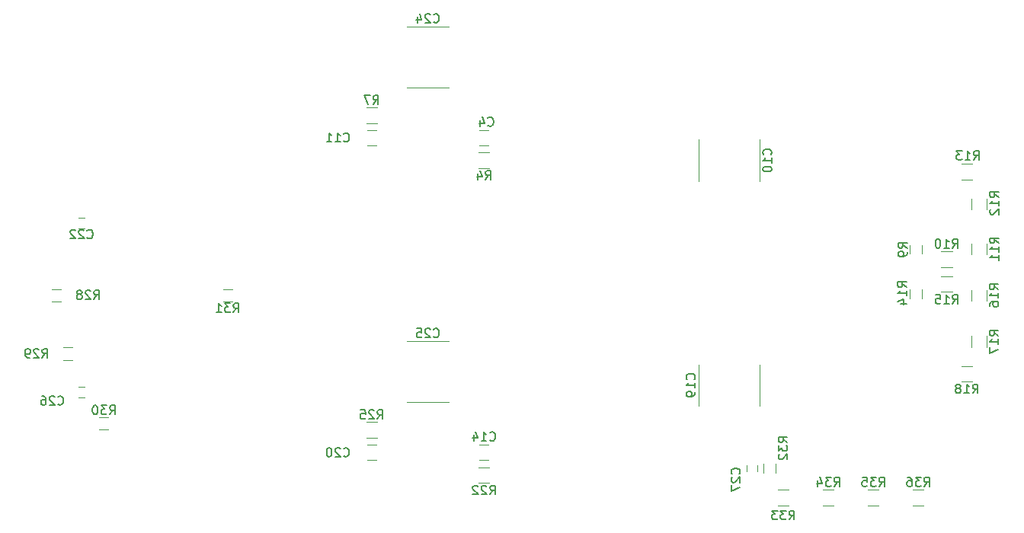
<source format=gbr>
%TF.GenerationSoftware,KiCad,Pcbnew,(5.1.10)-1*%
%TF.CreationDate,2022-06-03T10:18:56+01:00*%
%TF.ProjectId,GTI_V3,4754495f-5633-42e6-9b69-6361645f7063,rev?*%
%TF.SameCoordinates,Original*%
%TF.FileFunction,Legend,Bot*%
%TF.FilePolarity,Positive*%
%FSLAX46Y46*%
G04 Gerber Fmt 4.6, Leading zero omitted, Abs format (unit mm)*
G04 Created by KiCad (PCBNEW (5.1.10)-1) date 2022-06-03 10:18:56*
%MOMM*%
%LPD*%
G01*
G04 APERTURE LIST*
%ADD10C,0.120000*%
%ADD11C,0.150000*%
G04 APERTURE END LIST*
D10*
%TO.C,R31*%
X125750000Y-91820000D02*
X124750000Y-91820000D01*
X124750000Y-93180000D02*
X125750000Y-93180000D01*
%TO.C,R25*%
X141850000Y-106620000D02*
X140650000Y-106620000D01*
X140650000Y-108380000D02*
X141850000Y-108380000D01*
%TO.C,R22*%
X153150000Y-113380000D02*
X154350000Y-113380000D01*
X154350000Y-111620000D02*
X153150000Y-111620000D01*
%TO.C,R7*%
X141850000Y-71620000D02*
X140650000Y-71620000D01*
X140650000Y-73380000D02*
X141850000Y-73380000D01*
%TO.C,R4*%
X153150000Y-78380000D02*
X154350000Y-78380000D01*
X154350000Y-76620000D02*
X153150000Y-76620000D01*
%TO.C,C20*%
X141750000Y-110850000D02*
X140750000Y-110850000D01*
X140750000Y-109150000D02*
X141750000Y-109150000D01*
%TO.C,C14*%
X153250000Y-109150000D02*
X154250000Y-109150000D01*
X154250000Y-110850000D02*
X153250000Y-110850000D01*
%TO.C,C11*%
X141750000Y-75850000D02*
X140750000Y-75850000D01*
X140750000Y-74150000D02*
X141750000Y-74150000D01*
%TO.C,C4*%
X153250000Y-74150000D02*
X154250000Y-74150000D01*
X154250000Y-75850000D02*
X153250000Y-75850000D01*
%TO.C,R36*%
X201400000Y-115880000D02*
X202600000Y-115880000D01*
X202600000Y-114120000D02*
X201400000Y-114120000D01*
%TO.C,R35*%
X196400000Y-115880000D02*
X197600000Y-115880000D01*
X197600000Y-114120000D02*
X196400000Y-114120000D01*
%TO.C,R34*%
X191400000Y-115880000D02*
X192600000Y-115880000D01*
X192600000Y-114120000D02*
X191400000Y-114120000D01*
%TO.C,R33*%
X186400000Y-115880000D02*
X187600000Y-115880000D01*
X187600000Y-114120000D02*
X186400000Y-114120000D01*
%TO.C,R32*%
X186180000Y-112250000D02*
X186180000Y-111250000D01*
X184820000Y-111250000D02*
X184820000Y-112250000D01*
%TO.C,C27*%
X184100000Y-112100000D02*
X184100000Y-111400000D01*
X182900000Y-111400000D02*
X182900000Y-112100000D01*
%TO.C,R30*%
X111000000Y-107430000D02*
X112000000Y-107430000D01*
X112000000Y-106070000D02*
X111000000Y-106070000D01*
%TO.C,R29*%
X107000000Y-99680000D02*
X108000000Y-99680000D01*
X108000000Y-98320000D02*
X107000000Y-98320000D01*
%TO.C,R28*%
X105750000Y-93180000D02*
X106750000Y-93180000D01*
X106750000Y-91820000D02*
X105750000Y-91820000D01*
%TO.C,C26*%
X108650000Y-103850000D02*
X109350000Y-103850000D01*
X109350000Y-102650000D02*
X108650000Y-102650000D01*
%TO.C,C22*%
X108650000Y-85100000D02*
X109350000Y-85100000D01*
X109350000Y-83900000D02*
X108650000Y-83900000D01*
%TO.C,C10*%
X184400000Y-75200000D02*
X184400000Y-79800000D01*
X177600000Y-79800000D02*
X177600000Y-75200000D01*
%TO.C,C19*%
X184400000Y-100200000D02*
X184400000Y-104800000D01*
X177600000Y-104800000D02*
X177600000Y-100200000D01*
%TO.C,C24*%
X145200000Y-62600000D02*
X149800000Y-62600000D01*
X149800000Y-69400000D02*
X145200000Y-69400000D01*
%TO.C,C25*%
X149800000Y-104400000D02*
X145200000Y-104400000D01*
X145200000Y-97600000D02*
X149800000Y-97600000D01*
%TO.C,R18*%
X206800000Y-102130000D02*
X208000000Y-102130000D01*
X208000000Y-100370000D02*
X206800000Y-100370000D01*
%TO.C,R17*%
X209630000Y-98250000D02*
X209630000Y-97050000D01*
X207870000Y-97050000D02*
X207870000Y-98250000D01*
%TO.C,R16*%
X209630000Y-93100000D02*
X209630000Y-91900000D01*
X207870000Y-91900000D02*
X207870000Y-93100000D01*
%TO.C,R15*%
X205750000Y-90370000D02*
X204550000Y-90370000D01*
X204550000Y-92130000D02*
X205750000Y-92130000D01*
%TO.C,R13*%
X206800000Y-79630000D02*
X208000000Y-79630000D01*
X208000000Y-77870000D02*
X206800000Y-77870000D01*
%TO.C,R12*%
X207870000Y-81750000D02*
X207870000Y-82950000D01*
X209630000Y-82950000D02*
X209630000Y-81750000D01*
%TO.C,R11*%
X207870000Y-86750000D02*
X207870000Y-87950000D01*
X209630000Y-87950000D02*
X209630000Y-86750000D01*
%TO.C,R10*%
X205750000Y-87620000D02*
X204550000Y-87620000D01*
X204550000Y-89380000D02*
X205750000Y-89380000D01*
%TO.C,R14*%
X201070000Y-91850000D02*
X201070000Y-92850000D01*
X202430000Y-92850000D02*
X202430000Y-91850000D01*
%TO.C,R9*%
X202430000Y-87900000D02*
X202430000Y-86900000D01*
X201070000Y-86900000D02*
X201070000Y-87900000D01*
%TO.C,R31*%
D11*
X125892857Y-94402380D02*
X126226190Y-93926190D01*
X126464285Y-94402380D02*
X126464285Y-93402380D01*
X126083333Y-93402380D01*
X125988095Y-93450000D01*
X125940476Y-93497619D01*
X125892857Y-93592857D01*
X125892857Y-93735714D01*
X125940476Y-93830952D01*
X125988095Y-93878571D01*
X126083333Y-93926190D01*
X126464285Y-93926190D01*
X125559523Y-93402380D02*
X124940476Y-93402380D01*
X125273809Y-93783333D01*
X125130952Y-93783333D01*
X125035714Y-93830952D01*
X124988095Y-93878571D01*
X124940476Y-93973809D01*
X124940476Y-94211904D01*
X124988095Y-94307142D01*
X125035714Y-94354761D01*
X125130952Y-94402380D01*
X125416666Y-94402380D01*
X125511904Y-94354761D01*
X125559523Y-94307142D01*
X123988095Y-94402380D02*
X124559523Y-94402380D01*
X124273809Y-94402380D02*
X124273809Y-93402380D01*
X124369047Y-93545238D01*
X124464285Y-93640476D01*
X124559523Y-93688095D01*
%TO.C,R25*%
X141892857Y-106252380D02*
X142226190Y-105776190D01*
X142464285Y-106252380D02*
X142464285Y-105252380D01*
X142083333Y-105252380D01*
X141988095Y-105300000D01*
X141940476Y-105347619D01*
X141892857Y-105442857D01*
X141892857Y-105585714D01*
X141940476Y-105680952D01*
X141988095Y-105728571D01*
X142083333Y-105776190D01*
X142464285Y-105776190D01*
X141511904Y-105347619D02*
X141464285Y-105300000D01*
X141369047Y-105252380D01*
X141130952Y-105252380D01*
X141035714Y-105300000D01*
X140988095Y-105347619D01*
X140940476Y-105442857D01*
X140940476Y-105538095D01*
X140988095Y-105680952D01*
X141559523Y-106252380D01*
X140940476Y-106252380D01*
X140035714Y-105252380D02*
X140511904Y-105252380D01*
X140559523Y-105728571D01*
X140511904Y-105680952D01*
X140416666Y-105633333D01*
X140178571Y-105633333D01*
X140083333Y-105680952D01*
X140035714Y-105728571D01*
X139988095Y-105823809D01*
X139988095Y-106061904D01*
X140035714Y-106157142D01*
X140083333Y-106204761D01*
X140178571Y-106252380D01*
X140416666Y-106252380D01*
X140511904Y-106204761D01*
X140559523Y-106157142D01*
%TO.C,R22*%
X154392857Y-114652380D02*
X154726190Y-114176190D01*
X154964285Y-114652380D02*
X154964285Y-113652380D01*
X154583333Y-113652380D01*
X154488095Y-113700000D01*
X154440476Y-113747619D01*
X154392857Y-113842857D01*
X154392857Y-113985714D01*
X154440476Y-114080952D01*
X154488095Y-114128571D01*
X154583333Y-114176190D01*
X154964285Y-114176190D01*
X154011904Y-113747619D02*
X153964285Y-113700000D01*
X153869047Y-113652380D01*
X153630952Y-113652380D01*
X153535714Y-113700000D01*
X153488095Y-113747619D01*
X153440476Y-113842857D01*
X153440476Y-113938095D01*
X153488095Y-114080952D01*
X154059523Y-114652380D01*
X153440476Y-114652380D01*
X153059523Y-113747619D02*
X153011904Y-113700000D01*
X152916666Y-113652380D01*
X152678571Y-113652380D01*
X152583333Y-113700000D01*
X152535714Y-113747619D01*
X152488095Y-113842857D01*
X152488095Y-113938095D01*
X152535714Y-114080952D01*
X153107142Y-114652380D01*
X152488095Y-114652380D01*
%TO.C,R7*%
X141416666Y-71252380D02*
X141750000Y-70776190D01*
X141988095Y-71252380D02*
X141988095Y-70252380D01*
X141607142Y-70252380D01*
X141511904Y-70300000D01*
X141464285Y-70347619D01*
X141416666Y-70442857D01*
X141416666Y-70585714D01*
X141464285Y-70680952D01*
X141511904Y-70728571D01*
X141607142Y-70776190D01*
X141988095Y-70776190D01*
X141083333Y-70252380D02*
X140416666Y-70252380D01*
X140845238Y-71252380D01*
%TO.C,R4*%
X153916666Y-79652380D02*
X154250000Y-79176190D01*
X154488095Y-79652380D02*
X154488095Y-78652380D01*
X154107142Y-78652380D01*
X154011904Y-78700000D01*
X153964285Y-78747619D01*
X153916666Y-78842857D01*
X153916666Y-78985714D01*
X153964285Y-79080952D01*
X154011904Y-79128571D01*
X154107142Y-79176190D01*
X154488095Y-79176190D01*
X153059523Y-78985714D02*
X153059523Y-79652380D01*
X153297619Y-78604761D02*
X153535714Y-79319047D01*
X152916666Y-79319047D01*
%TO.C,C20*%
X138142857Y-110357142D02*
X138190476Y-110404761D01*
X138333333Y-110452380D01*
X138428571Y-110452380D01*
X138571428Y-110404761D01*
X138666666Y-110309523D01*
X138714285Y-110214285D01*
X138761904Y-110023809D01*
X138761904Y-109880952D01*
X138714285Y-109690476D01*
X138666666Y-109595238D01*
X138571428Y-109500000D01*
X138428571Y-109452380D01*
X138333333Y-109452380D01*
X138190476Y-109500000D01*
X138142857Y-109547619D01*
X137761904Y-109547619D02*
X137714285Y-109500000D01*
X137619047Y-109452380D01*
X137380952Y-109452380D01*
X137285714Y-109500000D01*
X137238095Y-109547619D01*
X137190476Y-109642857D01*
X137190476Y-109738095D01*
X137238095Y-109880952D01*
X137809523Y-110452380D01*
X137190476Y-110452380D01*
X136571428Y-109452380D02*
X136476190Y-109452380D01*
X136380952Y-109500000D01*
X136333333Y-109547619D01*
X136285714Y-109642857D01*
X136238095Y-109833333D01*
X136238095Y-110071428D01*
X136285714Y-110261904D01*
X136333333Y-110357142D01*
X136380952Y-110404761D01*
X136476190Y-110452380D01*
X136571428Y-110452380D01*
X136666666Y-110404761D01*
X136714285Y-110357142D01*
X136761904Y-110261904D01*
X136809523Y-110071428D01*
X136809523Y-109833333D01*
X136761904Y-109642857D01*
X136714285Y-109547619D01*
X136666666Y-109500000D01*
X136571428Y-109452380D01*
%TO.C,C14*%
X154392857Y-108607142D02*
X154440476Y-108654761D01*
X154583333Y-108702380D01*
X154678571Y-108702380D01*
X154821428Y-108654761D01*
X154916666Y-108559523D01*
X154964285Y-108464285D01*
X155011904Y-108273809D01*
X155011904Y-108130952D01*
X154964285Y-107940476D01*
X154916666Y-107845238D01*
X154821428Y-107750000D01*
X154678571Y-107702380D01*
X154583333Y-107702380D01*
X154440476Y-107750000D01*
X154392857Y-107797619D01*
X153440476Y-108702380D02*
X154011904Y-108702380D01*
X153726190Y-108702380D02*
X153726190Y-107702380D01*
X153821428Y-107845238D01*
X153916666Y-107940476D01*
X154011904Y-107988095D01*
X152583333Y-108035714D02*
X152583333Y-108702380D01*
X152821428Y-107654761D02*
X153059523Y-108369047D01*
X152440476Y-108369047D01*
%TO.C,C11*%
X138142857Y-75357142D02*
X138190476Y-75404761D01*
X138333333Y-75452380D01*
X138428571Y-75452380D01*
X138571428Y-75404761D01*
X138666666Y-75309523D01*
X138714285Y-75214285D01*
X138761904Y-75023809D01*
X138761904Y-74880952D01*
X138714285Y-74690476D01*
X138666666Y-74595238D01*
X138571428Y-74500000D01*
X138428571Y-74452380D01*
X138333333Y-74452380D01*
X138190476Y-74500000D01*
X138142857Y-74547619D01*
X137190476Y-75452380D02*
X137761904Y-75452380D01*
X137476190Y-75452380D02*
X137476190Y-74452380D01*
X137571428Y-74595238D01*
X137666666Y-74690476D01*
X137761904Y-74738095D01*
X136238095Y-75452380D02*
X136809523Y-75452380D01*
X136523809Y-75452380D02*
X136523809Y-74452380D01*
X136619047Y-74595238D01*
X136714285Y-74690476D01*
X136809523Y-74738095D01*
%TO.C,C4*%
X154166666Y-73607142D02*
X154214285Y-73654761D01*
X154357142Y-73702380D01*
X154452380Y-73702380D01*
X154595238Y-73654761D01*
X154690476Y-73559523D01*
X154738095Y-73464285D01*
X154785714Y-73273809D01*
X154785714Y-73130952D01*
X154738095Y-72940476D01*
X154690476Y-72845238D01*
X154595238Y-72750000D01*
X154452380Y-72702380D01*
X154357142Y-72702380D01*
X154214285Y-72750000D01*
X154166666Y-72797619D01*
X153309523Y-73035714D02*
X153309523Y-73702380D01*
X153547619Y-72654761D02*
X153785714Y-73369047D01*
X153166666Y-73369047D01*
%TO.C,R36*%
X202642857Y-113752380D02*
X202976190Y-113276190D01*
X203214285Y-113752380D02*
X203214285Y-112752380D01*
X202833333Y-112752380D01*
X202738095Y-112800000D01*
X202690476Y-112847619D01*
X202642857Y-112942857D01*
X202642857Y-113085714D01*
X202690476Y-113180952D01*
X202738095Y-113228571D01*
X202833333Y-113276190D01*
X203214285Y-113276190D01*
X202309523Y-112752380D02*
X201690476Y-112752380D01*
X202023809Y-113133333D01*
X201880952Y-113133333D01*
X201785714Y-113180952D01*
X201738095Y-113228571D01*
X201690476Y-113323809D01*
X201690476Y-113561904D01*
X201738095Y-113657142D01*
X201785714Y-113704761D01*
X201880952Y-113752380D01*
X202166666Y-113752380D01*
X202261904Y-113704761D01*
X202309523Y-113657142D01*
X200833333Y-112752380D02*
X201023809Y-112752380D01*
X201119047Y-112800000D01*
X201166666Y-112847619D01*
X201261904Y-112990476D01*
X201309523Y-113180952D01*
X201309523Y-113561904D01*
X201261904Y-113657142D01*
X201214285Y-113704761D01*
X201119047Y-113752380D01*
X200928571Y-113752380D01*
X200833333Y-113704761D01*
X200785714Y-113657142D01*
X200738095Y-113561904D01*
X200738095Y-113323809D01*
X200785714Y-113228571D01*
X200833333Y-113180952D01*
X200928571Y-113133333D01*
X201119047Y-113133333D01*
X201214285Y-113180952D01*
X201261904Y-113228571D01*
X201309523Y-113323809D01*
%TO.C,R35*%
X197642857Y-113752380D02*
X197976190Y-113276190D01*
X198214285Y-113752380D02*
X198214285Y-112752380D01*
X197833333Y-112752380D01*
X197738095Y-112800000D01*
X197690476Y-112847619D01*
X197642857Y-112942857D01*
X197642857Y-113085714D01*
X197690476Y-113180952D01*
X197738095Y-113228571D01*
X197833333Y-113276190D01*
X198214285Y-113276190D01*
X197309523Y-112752380D02*
X196690476Y-112752380D01*
X197023809Y-113133333D01*
X196880952Y-113133333D01*
X196785714Y-113180952D01*
X196738095Y-113228571D01*
X196690476Y-113323809D01*
X196690476Y-113561904D01*
X196738095Y-113657142D01*
X196785714Y-113704761D01*
X196880952Y-113752380D01*
X197166666Y-113752380D01*
X197261904Y-113704761D01*
X197309523Y-113657142D01*
X195785714Y-112752380D02*
X196261904Y-112752380D01*
X196309523Y-113228571D01*
X196261904Y-113180952D01*
X196166666Y-113133333D01*
X195928571Y-113133333D01*
X195833333Y-113180952D01*
X195785714Y-113228571D01*
X195738095Y-113323809D01*
X195738095Y-113561904D01*
X195785714Y-113657142D01*
X195833333Y-113704761D01*
X195928571Y-113752380D01*
X196166666Y-113752380D01*
X196261904Y-113704761D01*
X196309523Y-113657142D01*
%TO.C,R34*%
X192642857Y-113752380D02*
X192976190Y-113276190D01*
X193214285Y-113752380D02*
X193214285Y-112752380D01*
X192833333Y-112752380D01*
X192738095Y-112800000D01*
X192690476Y-112847619D01*
X192642857Y-112942857D01*
X192642857Y-113085714D01*
X192690476Y-113180952D01*
X192738095Y-113228571D01*
X192833333Y-113276190D01*
X193214285Y-113276190D01*
X192309523Y-112752380D02*
X191690476Y-112752380D01*
X192023809Y-113133333D01*
X191880952Y-113133333D01*
X191785714Y-113180952D01*
X191738095Y-113228571D01*
X191690476Y-113323809D01*
X191690476Y-113561904D01*
X191738095Y-113657142D01*
X191785714Y-113704761D01*
X191880952Y-113752380D01*
X192166666Y-113752380D01*
X192261904Y-113704761D01*
X192309523Y-113657142D01*
X190833333Y-113085714D02*
X190833333Y-113752380D01*
X191071428Y-112704761D02*
X191309523Y-113419047D01*
X190690476Y-113419047D01*
%TO.C,R33*%
X187642857Y-117452380D02*
X187976190Y-116976190D01*
X188214285Y-117452380D02*
X188214285Y-116452380D01*
X187833333Y-116452380D01*
X187738095Y-116500000D01*
X187690476Y-116547619D01*
X187642857Y-116642857D01*
X187642857Y-116785714D01*
X187690476Y-116880952D01*
X187738095Y-116928571D01*
X187833333Y-116976190D01*
X188214285Y-116976190D01*
X187309523Y-116452380D02*
X186690476Y-116452380D01*
X187023809Y-116833333D01*
X186880952Y-116833333D01*
X186785714Y-116880952D01*
X186738095Y-116928571D01*
X186690476Y-117023809D01*
X186690476Y-117261904D01*
X186738095Y-117357142D01*
X186785714Y-117404761D01*
X186880952Y-117452380D01*
X187166666Y-117452380D01*
X187261904Y-117404761D01*
X187309523Y-117357142D01*
X186357142Y-116452380D02*
X185738095Y-116452380D01*
X186071428Y-116833333D01*
X185928571Y-116833333D01*
X185833333Y-116880952D01*
X185785714Y-116928571D01*
X185738095Y-117023809D01*
X185738095Y-117261904D01*
X185785714Y-117357142D01*
X185833333Y-117404761D01*
X185928571Y-117452380D01*
X186214285Y-117452380D01*
X186309523Y-117404761D01*
X186357142Y-117357142D01*
%TO.C,R32*%
X187452380Y-108857142D02*
X186976190Y-108523809D01*
X187452380Y-108285714D02*
X186452380Y-108285714D01*
X186452380Y-108666666D01*
X186500000Y-108761904D01*
X186547619Y-108809523D01*
X186642857Y-108857142D01*
X186785714Y-108857142D01*
X186880952Y-108809523D01*
X186928571Y-108761904D01*
X186976190Y-108666666D01*
X186976190Y-108285714D01*
X186452380Y-109190476D02*
X186452380Y-109809523D01*
X186833333Y-109476190D01*
X186833333Y-109619047D01*
X186880952Y-109714285D01*
X186928571Y-109761904D01*
X187023809Y-109809523D01*
X187261904Y-109809523D01*
X187357142Y-109761904D01*
X187404761Y-109714285D01*
X187452380Y-109619047D01*
X187452380Y-109333333D01*
X187404761Y-109238095D01*
X187357142Y-109190476D01*
X186547619Y-110190476D02*
X186500000Y-110238095D01*
X186452380Y-110333333D01*
X186452380Y-110571428D01*
X186500000Y-110666666D01*
X186547619Y-110714285D01*
X186642857Y-110761904D01*
X186738095Y-110761904D01*
X186880952Y-110714285D01*
X187452380Y-110142857D01*
X187452380Y-110761904D01*
%TO.C,C27*%
X182107142Y-112357142D02*
X182154761Y-112309523D01*
X182202380Y-112166666D01*
X182202380Y-112071428D01*
X182154761Y-111928571D01*
X182059523Y-111833333D01*
X181964285Y-111785714D01*
X181773809Y-111738095D01*
X181630952Y-111738095D01*
X181440476Y-111785714D01*
X181345238Y-111833333D01*
X181250000Y-111928571D01*
X181202380Y-112071428D01*
X181202380Y-112166666D01*
X181250000Y-112309523D01*
X181297619Y-112357142D01*
X181297619Y-112738095D02*
X181250000Y-112785714D01*
X181202380Y-112880952D01*
X181202380Y-113119047D01*
X181250000Y-113214285D01*
X181297619Y-113261904D01*
X181392857Y-113309523D01*
X181488095Y-113309523D01*
X181630952Y-113261904D01*
X182202380Y-112690476D01*
X182202380Y-113309523D01*
X181202380Y-113642857D02*
X181202380Y-114309523D01*
X182202380Y-113880952D01*
%TO.C,R30*%
X112142857Y-105752380D02*
X112476190Y-105276190D01*
X112714285Y-105752380D02*
X112714285Y-104752380D01*
X112333333Y-104752380D01*
X112238095Y-104800000D01*
X112190476Y-104847619D01*
X112142857Y-104942857D01*
X112142857Y-105085714D01*
X112190476Y-105180952D01*
X112238095Y-105228571D01*
X112333333Y-105276190D01*
X112714285Y-105276190D01*
X111809523Y-104752380D02*
X111190476Y-104752380D01*
X111523809Y-105133333D01*
X111380952Y-105133333D01*
X111285714Y-105180952D01*
X111238095Y-105228571D01*
X111190476Y-105323809D01*
X111190476Y-105561904D01*
X111238095Y-105657142D01*
X111285714Y-105704761D01*
X111380952Y-105752380D01*
X111666666Y-105752380D01*
X111761904Y-105704761D01*
X111809523Y-105657142D01*
X110571428Y-104752380D02*
X110476190Y-104752380D01*
X110380952Y-104800000D01*
X110333333Y-104847619D01*
X110285714Y-104942857D01*
X110238095Y-105133333D01*
X110238095Y-105371428D01*
X110285714Y-105561904D01*
X110333333Y-105657142D01*
X110380952Y-105704761D01*
X110476190Y-105752380D01*
X110571428Y-105752380D01*
X110666666Y-105704761D01*
X110714285Y-105657142D01*
X110761904Y-105561904D01*
X110809523Y-105371428D01*
X110809523Y-105133333D01*
X110761904Y-104942857D01*
X110714285Y-104847619D01*
X110666666Y-104800000D01*
X110571428Y-104752380D01*
%TO.C,R29*%
X104642857Y-99452380D02*
X104976190Y-98976190D01*
X105214285Y-99452380D02*
X105214285Y-98452380D01*
X104833333Y-98452380D01*
X104738095Y-98500000D01*
X104690476Y-98547619D01*
X104642857Y-98642857D01*
X104642857Y-98785714D01*
X104690476Y-98880952D01*
X104738095Y-98928571D01*
X104833333Y-98976190D01*
X105214285Y-98976190D01*
X104261904Y-98547619D02*
X104214285Y-98500000D01*
X104119047Y-98452380D01*
X103880952Y-98452380D01*
X103785714Y-98500000D01*
X103738095Y-98547619D01*
X103690476Y-98642857D01*
X103690476Y-98738095D01*
X103738095Y-98880952D01*
X104309523Y-99452380D01*
X103690476Y-99452380D01*
X103214285Y-99452380D02*
X103023809Y-99452380D01*
X102928571Y-99404761D01*
X102880952Y-99357142D01*
X102785714Y-99214285D01*
X102738095Y-99023809D01*
X102738095Y-98642857D01*
X102785714Y-98547619D01*
X102833333Y-98500000D01*
X102928571Y-98452380D01*
X103119047Y-98452380D01*
X103214285Y-98500000D01*
X103261904Y-98547619D01*
X103309523Y-98642857D01*
X103309523Y-98880952D01*
X103261904Y-98976190D01*
X103214285Y-99023809D01*
X103119047Y-99071428D01*
X102928571Y-99071428D01*
X102833333Y-99023809D01*
X102785714Y-98976190D01*
X102738095Y-98880952D01*
%TO.C,R28*%
X110392857Y-92952380D02*
X110726190Y-92476190D01*
X110964285Y-92952380D02*
X110964285Y-91952380D01*
X110583333Y-91952380D01*
X110488095Y-92000000D01*
X110440476Y-92047619D01*
X110392857Y-92142857D01*
X110392857Y-92285714D01*
X110440476Y-92380952D01*
X110488095Y-92428571D01*
X110583333Y-92476190D01*
X110964285Y-92476190D01*
X110011904Y-92047619D02*
X109964285Y-92000000D01*
X109869047Y-91952380D01*
X109630952Y-91952380D01*
X109535714Y-92000000D01*
X109488095Y-92047619D01*
X109440476Y-92142857D01*
X109440476Y-92238095D01*
X109488095Y-92380952D01*
X110059523Y-92952380D01*
X109440476Y-92952380D01*
X108869047Y-92380952D02*
X108964285Y-92333333D01*
X109011904Y-92285714D01*
X109059523Y-92190476D01*
X109059523Y-92142857D01*
X109011904Y-92047619D01*
X108964285Y-92000000D01*
X108869047Y-91952380D01*
X108678571Y-91952380D01*
X108583333Y-92000000D01*
X108535714Y-92047619D01*
X108488095Y-92142857D01*
X108488095Y-92190476D01*
X108535714Y-92285714D01*
X108583333Y-92333333D01*
X108678571Y-92380952D01*
X108869047Y-92380952D01*
X108964285Y-92428571D01*
X109011904Y-92476190D01*
X109059523Y-92571428D01*
X109059523Y-92761904D01*
X109011904Y-92857142D01*
X108964285Y-92904761D01*
X108869047Y-92952380D01*
X108678571Y-92952380D01*
X108583333Y-92904761D01*
X108535714Y-92857142D01*
X108488095Y-92761904D01*
X108488095Y-92571428D01*
X108535714Y-92476190D01*
X108583333Y-92428571D01*
X108678571Y-92380952D01*
%TO.C,C26*%
X106392857Y-104607142D02*
X106440476Y-104654761D01*
X106583333Y-104702380D01*
X106678571Y-104702380D01*
X106821428Y-104654761D01*
X106916666Y-104559523D01*
X106964285Y-104464285D01*
X107011904Y-104273809D01*
X107011904Y-104130952D01*
X106964285Y-103940476D01*
X106916666Y-103845238D01*
X106821428Y-103750000D01*
X106678571Y-103702380D01*
X106583333Y-103702380D01*
X106440476Y-103750000D01*
X106392857Y-103797619D01*
X106011904Y-103797619D02*
X105964285Y-103750000D01*
X105869047Y-103702380D01*
X105630952Y-103702380D01*
X105535714Y-103750000D01*
X105488095Y-103797619D01*
X105440476Y-103892857D01*
X105440476Y-103988095D01*
X105488095Y-104130952D01*
X106059523Y-104702380D01*
X105440476Y-104702380D01*
X104583333Y-103702380D02*
X104773809Y-103702380D01*
X104869047Y-103750000D01*
X104916666Y-103797619D01*
X105011904Y-103940476D01*
X105059523Y-104130952D01*
X105059523Y-104511904D01*
X105011904Y-104607142D01*
X104964285Y-104654761D01*
X104869047Y-104702380D01*
X104678571Y-104702380D01*
X104583333Y-104654761D01*
X104535714Y-104607142D01*
X104488095Y-104511904D01*
X104488095Y-104273809D01*
X104535714Y-104178571D01*
X104583333Y-104130952D01*
X104678571Y-104083333D01*
X104869047Y-104083333D01*
X104964285Y-104130952D01*
X105011904Y-104178571D01*
X105059523Y-104273809D01*
%TO.C,C22*%
X109642857Y-86107142D02*
X109690476Y-86154761D01*
X109833333Y-86202380D01*
X109928571Y-86202380D01*
X110071428Y-86154761D01*
X110166666Y-86059523D01*
X110214285Y-85964285D01*
X110261904Y-85773809D01*
X110261904Y-85630952D01*
X110214285Y-85440476D01*
X110166666Y-85345238D01*
X110071428Y-85250000D01*
X109928571Y-85202380D01*
X109833333Y-85202380D01*
X109690476Y-85250000D01*
X109642857Y-85297619D01*
X109261904Y-85297619D02*
X109214285Y-85250000D01*
X109119047Y-85202380D01*
X108880952Y-85202380D01*
X108785714Y-85250000D01*
X108738095Y-85297619D01*
X108690476Y-85392857D01*
X108690476Y-85488095D01*
X108738095Y-85630952D01*
X109309523Y-86202380D01*
X108690476Y-86202380D01*
X108309523Y-85297619D02*
X108261904Y-85250000D01*
X108166666Y-85202380D01*
X107928571Y-85202380D01*
X107833333Y-85250000D01*
X107785714Y-85297619D01*
X107738095Y-85392857D01*
X107738095Y-85488095D01*
X107785714Y-85630952D01*
X108357142Y-86202380D01*
X107738095Y-86202380D01*
%TO.C,C10*%
X185607142Y-76857142D02*
X185654761Y-76809523D01*
X185702380Y-76666666D01*
X185702380Y-76571428D01*
X185654761Y-76428571D01*
X185559523Y-76333333D01*
X185464285Y-76285714D01*
X185273809Y-76238095D01*
X185130952Y-76238095D01*
X184940476Y-76285714D01*
X184845238Y-76333333D01*
X184750000Y-76428571D01*
X184702380Y-76571428D01*
X184702380Y-76666666D01*
X184750000Y-76809523D01*
X184797619Y-76857142D01*
X185702380Y-77809523D02*
X185702380Y-77238095D01*
X185702380Y-77523809D02*
X184702380Y-77523809D01*
X184845238Y-77428571D01*
X184940476Y-77333333D01*
X184988095Y-77238095D01*
X184702380Y-78428571D02*
X184702380Y-78523809D01*
X184750000Y-78619047D01*
X184797619Y-78666666D01*
X184892857Y-78714285D01*
X185083333Y-78761904D01*
X185321428Y-78761904D01*
X185511904Y-78714285D01*
X185607142Y-78666666D01*
X185654761Y-78619047D01*
X185702380Y-78523809D01*
X185702380Y-78428571D01*
X185654761Y-78333333D01*
X185607142Y-78285714D01*
X185511904Y-78238095D01*
X185321428Y-78190476D01*
X185083333Y-78190476D01*
X184892857Y-78238095D01*
X184797619Y-78285714D01*
X184750000Y-78333333D01*
X184702380Y-78428571D01*
%TO.C,C19*%
X177107142Y-101857142D02*
X177154761Y-101809523D01*
X177202380Y-101666666D01*
X177202380Y-101571428D01*
X177154761Y-101428571D01*
X177059523Y-101333333D01*
X176964285Y-101285714D01*
X176773809Y-101238095D01*
X176630952Y-101238095D01*
X176440476Y-101285714D01*
X176345238Y-101333333D01*
X176250000Y-101428571D01*
X176202380Y-101571428D01*
X176202380Y-101666666D01*
X176250000Y-101809523D01*
X176297619Y-101857142D01*
X177202380Y-102809523D02*
X177202380Y-102238095D01*
X177202380Y-102523809D02*
X176202380Y-102523809D01*
X176345238Y-102428571D01*
X176440476Y-102333333D01*
X176488095Y-102238095D01*
X177202380Y-103285714D02*
X177202380Y-103476190D01*
X177154761Y-103571428D01*
X177107142Y-103619047D01*
X176964285Y-103714285D01*
X176773809Y-103761904D01*
X176392857Y-103761904D01*
X176297619Y-103714285D01*
X176250000Y-103666666D01*
X176202380Y-103571428D01*
X176202380Y-103380952D01*
X176250000Y-103285714D01*
X176297619Y-103238095D01*
X176392857Y-103190476D01*
X176630952Y-103190476D01*
X176726190Y-103238095D01*
X176773809Y-103285714D01*
X176821428Y-103380952D01*
X176821428Y-103571428D01*
X176773809Y-103666666D01*
X176726190Y-103714285D01*
X176630952Y-103761904D01*
%TO.C,C24*%
X148142857Y-62107142D02*
X148190476Y-62154761D01*
X148333333Y-62202380D01*
X148428571Y-62202380D01*
X148571428Y-62154761D01*
X148666666Y-62059523D01*
X148714285Y-61964285D01*
X148761904Y-61773809D01*
X148761904Y-61630952D01*
X148714285Y-61440476D01*
X148666666Y-61345238D01*
X148571428Y-61250000D01*
X148428571Y-61202380D01*
X148333333Y-61202380D01*
X148190476Y-61250000D01*
X148142857Y-61297619D01*
X147761904Y-61297619D02*
X147714285Y-61250000D01*
X147619047Y-61202380D01*
X147380952Y-61202380D01*
X147285714Y-61250000D01*
X147238095Y-61297619D01*
X147190476Y-61392857D01*
X147190476Y-61488095D01*
X147238095Y-61630952D01*
X147809523Y-62202380D01*
X147190476Y-62202380D01*
X146333333Y-61535714D02*
X146333333Y-62202380D01*
X146571428Y-61154761D02*
X146809523Y-61869047D01*
X146190476Y-61869047D01*
%TO.C,C25*%
X148142857Y-97107142D02*
X148190476Y-97154761D01*
X148333333Y-97202380D01*
X148428571Y-97202380D01*
X148571428Y-97154761D01*
X148666666Y-97059523D01*
X148714285Y-96964285D01*
X148761904Y-96773809D01*
X148761904Y-96630952D01*
X148714285Y-96440476D01*
X148666666Y-96345238D01*
X148571428Y-96250000D01*
X148428571Y-96202380D01*
X148333333Y-96202380D01*
X148190476Y-96250000D01*
X148142857Y-96297619D01*
X147761904Y-96297619D02*
X147714285Y-96250000D01*
X147619047Y-96202380D01*
X147380952Y-96202380D01*
X147285714Y-96250000D01*
X147238095Y-96297619D01*
X147190476Y-96392857D01*
X147190476Y-96488095D01*
X147238095Y-96630952D01*
X147809523Y-97202380D01*
X147190476Y-97202380D01*
X146285714Y-96202380D02*
X146761904Y-96202380D01*
X146809523Y-96678571D01*
X146761904Y-96630952D01*
X146666666Y-96583333D01*
X146428571Y-96583333D01*
X146333333Y-96630952D01*
X146285714Y-96678571D01*
X146238095Y-96773809D01*
X146238095Y-97011904D01*
X146285714Y-97107142D01*
X146333333Y-97154761D01*
X146428571Y-97202380D01*
X146666666Y-97202380D01*
X146761904Y-97154761D01*
X146809523Y-97107142D01*
%TO.C,R18*%
X208042857Y-103402380D02*
X208376190Y-102926190D01*
X208614285Y-103402380D02*
X208614285Y-102402380D01*
X208233333Y-102402380D01*
X208138095Y-102450000D01*
X208090476Y-102497619D01*
X208042857Y-102592857D01*
X208042857Y-102735714D01*
X208090476Y-102830952D01*
X208138095Y-102878571D01*
X208233333Y-102926190D01*
X208614285Y-102926190D01*
X207090476Y-103402380D02*
X207661904Y-103402380D01*
X207376190Y-103402380D02*
X207376190Y-102402380D01*
X207471428Y-102545238D01*
X207566666Y-102640476D01*
X207661904Y-102688095D01*
X206519047Y-102830952D02*
X206614285Y-102783333D01*
X206661904Y-102735714D01*
X206709523Y-102640476D01*
X206709523Y-102592857D01*
X206661904Y-102497619D01*
X206614285Y-102450000D01*
X206519047Y-102402380D01*
X206328571Y-102402380D01*
X206233333Y-102450000D01*
X206185714Y-102497619D01*
X206138095Y-102592857D01*
X206138095Y-102640476D01*
X206185714Y-102735714D01*
X206233333Y-102783333D01*
X206328571Y-102830952D01*
X206519047Y-102830952D01*
X206614285Y-102878571D01*
X206661904Y-102926190D01*
X206709523Y-103021428D01*
X206709523Y-103211904D01*
X206661904Y-103307142D01*
X206614285Y-103354761D01*
X206519047Y-103402380D01*
X206328571Y-103402380D01*
X206233333Y-103354761D01*
X206185714Y-103307142D01*
X206138095Y-103211904D01*
X206138095Y-103021428D01*
X206185714Y-102926190D01*
X206233333Y-102878571D01*
X206328571Y-102830952D01*
%TO.C,R17*%
X210902380Y-97007142D02*
X210426190Y-96673809D01*
X210902380Y-96435714D02*
X209902380Y-96435714D01*
X209902380Y-96816666D01*
X209950000Y-96911904D01*
X209997619Y-96959523D01*
X210092857Y-97007142D01*
X210235714Y-97007142D01*
X210330952Y-96959523D01*
X210378571Y-96911904D01*
X210426190Y-96816666D01*
X210426190Y-96435714D01*
X210902380Y-97959523D02*
X210902380Y-97388095D01*
X210902380Y-97673809D02*
X209902380Y-97673809D01*
X210045238Y-97578571D01*
X210140476Y-97483333D01*
X210188095Y-97388095D01*
X209902380Y-98292857D02*
X209902380Y-98959523D01*
X210902380Y-98530952D01*
%TO.C,R16*%
X210902380Y-91857142D02*
X210426190Y-91523809D01*
X210902380Y-91285714D02*
X209902380Y-91285714D01*
X209902380Y-91666666D01*
X209950000Y-91761904D01*
X209997619Y-91809523D01*
X210092857Y-91857142D01*
X210235714Y-91857142D01*
X210330952Y-91809523D01*
X210378571Y-91761904D01*
X210426190Y-91666666D01*
X210426190Y-91285714D01*
X210902380Y-92809523D02*
X210902380Y-92238095D01*
X210902380Y-92523809D02*
X209902380Y-92523809D01*
X210045238Y-92428571D01*
X210140476Y-92333333D01*
X210188095Y-92238095D01*
X209902380Y-93666666D02*
X209902380Y-93476190D01*
X209950000Y-93380952D01*
X209997619Y-93333333D01*
X210140476Y-93238095D01*
X210330952Y-93190476D01*
X210711904Y-93190476D01*
X210807142Y-93238095D01*
X210854761Y-93285714D01*
X210902380Y-93380952D01*
X210902380Y-93571428D01*
X210854761Y-93666666D01*
X210807142Y-93714285D01*
X210711904Y-93761904D01*
X210473809Y-93761904D01*
X210378571Y-93714285D01*
X210330952Y-93666666D01*
X210283333Y-93571428D01*
X210283333Y-93380952D01*
X210330952Y-93285714D01*
X210378571Y-93238095D01*
X210473809Y-93190476D01*
%TO.C,R15*%
X205792857Y-93452380D02*
X206126190Y-92976190D01*
X206364285Y-93452380D02*
X206364285Y-92452380D01*
X205983333Y-92452380D01*
X205888095Y-92500000D01*
X205840476Y-92547619D01*
X205792857Y-92642857D01*
X205792857Y-92785714D01*
X205840476Y-92880952D01*
X205888095Y-92928571D01*
X205983333Y-92976190D01*
X206364285Y-92976190D01*
X204840476Y-93452380D02*
X205411904Y-93452380D01*
X205126190Y-93452380D02*
X205126190Y-92452380D01*
X205221428Y-92595238D01*
X205316666Y-92690476D01*
X205411904Y-92738095D01*
X203935714Y-92452380D02*
X204411904Y-92452380D01*
X204459523Y-92928571D01*
X204411904Y-92880952D01*
X204316666Y-92833333D01*
X204078571Y-92833333D01*
X203983333Y-92880952D01*
X203935714Y-92928571D01*
X203888095Y-93023809D01*
X203888095Y-93261904D01*
X203935714Y-93357142D01*
X203983333Y-93404761D01*
X204078571Y-93452380D01*
X204316666Y-93452380D01*
X204411904Y-93404761D01*
X204459523Y-93357142D01*
%TO.C,R13*%
X208142857Y-77452380D02*
X208476190Y-76976190D01*
X208714285Y-77452380D02*
X208714285Y-76452380D01*
X208333333Y-76452380D01*
X208238095Y-76500000D01*
X208190476Y-76547619D01*
X208142857Y-76642857D01*
X208142857Y-76785714D01*
X208190476Y-76880952D01*
X208238095Y-76928571D01*
X208333333Y-76976190D01*
X208714285Y-76976190D01*
X207190476Y-77452380D02*
X207761904Y-77452380D01*
X207476190Y-77452380D02*
X207476190Y-76452380D01*
X207571428Y-76595238D01*
X207666666Y-76690476D01*
X207761904Y-76738095D01*
X206857142Y-76452380D02*
X206238095Y-76452380D01*
X206571428Y-76833333D01*
X206428571Y-76833333D01*
X206333333Y-76880952D01*
X206285714Y-76928571D01*
X206238095Y-77023809D01*
X206238095Y-77261904D01*
X206285714Y-77357142D01*
X206333333Y-77404761D01*
X206428571Y-77452380D01*
X206714285Y-77452380D01*
X206809523Y-77404761D01*
X206857142Y-77357142D01*
%TO.C,R12*%
X210952380Y-81607142D02*
X210476190Y-81273809D01*
X210952380Y-81035714D02*
X209952380Y-81035714D01*
X209952380Y-81416666D01*
X210000000Y-81511904D01*
X210047619Y-81559523D01*
X210142857Y-81607142D01*
X210285714Y-81607142D01*
X210380952Y-81559523D01*
X210428571Y-81511904D01*
X210476190Y-81416666D01*
X210476190Y-81035714D01*
X210952380Y-82559523D02*
X210952380Y-81988095D01*
X210952380Y-82273809D02*
X209952380Y-82273809D01*
X210095238Y-82178571D01*
X210190476Y-82083333D01*
X210238095Y-81988095D01*
X210047619Y-82940476D02*
X210000000Y-82988095D01*
X209952380Y-83083333D01*
X209952380Y-83321428D01*
X210000000Y-83416666D01*
X210047619Y-83464285D01*
X210142857Y-83511904D01*
X210238095Y-83511904D01*
X210380952Y-83464285D01*
X210952380Y-82892857D01*
X210952380Y-83511904D01*
%TO.C,R11*%
X210952380Y-86707142D02*
X210476190Y-86373809D01*
X210952380Y-86135714D02*
X209952380Y-86135714D01*
X209952380Y-86516666D01*
X210000000Y-86611904D01*
X210047619Y-86659523D01*
X210142857Y-86707142D01*
X210285714Y-86707142D01*
X210380952Y-86659523D01*
X210428571Y-86611904D01*
X210476190Y-86516666D01*
X210476190Y-86135714D01*
X210952380Y-87659523D02*
X210952380Y-87088095D01*
X210952380Y-87373809D02*
X209952380Y-87373809D01*
X210095238Y-87278571D01*
X210190476Y-87183333D01*
X210238095Y-87088095D01*
X210952380Y-88611904D02*
X210952380Y-88040476D01*
X210952380Y-88326190D02*
X209952380Y-88326190D01*
X210095238Y-88230952D01*
X210190476Y-88135714D01*
X210238095Y-88040476D01*
%TO.C,R10*%
X205792857Y-87252380D02*
X206126190Y-86776190D01*
X206364285Y-87252380D02*
X206364285Y-86252380D01*
X205983333Y-86252380D01*
X205888095Y-86300000D01*
X205840476Y-86347619D01*
X205792857Y-86442857D01*
X205792857Y-86585714D01*
X205840476Y-86680952D01*
X205888095Y-86728571D01*
X205983333Y-86776190D01*
X206364285Y-86776190D01*
X204840476Y-87252380D02*
X205411904Y-87252380D01*
X205126190Y-87252380D02*
X205126190Y-86252380D01*
X205221428Y-86395238D01*
X205316666Y-86490476D01*
X205411904Y-86538095D01*
X204221428Y-86252380D02*
X204126190Y-86252380D01*
X204030952Y-86300000D01*
X203983333Y-86347619D01*
X203935714Y-86442857D01*
X203888095Y-86633333D01*
X203888095Y-86871428D01*
X203935714Y-87061904D01*
X203983333Y-87157142D01*
X204030952Y-87204761D01*
X204126190Y-87252380D01*
X204221428Y-87252380D01*
X204316666Y-87204761D01*
X204364285Y-87157142D01*
X204411904Y-87061904D01*
X204459523Y-86871428D01*
X204459523Y-86633333D01*
X204411904Y-86442857D01*
X204364285Y-86347619D01*
X204316666Y-86300000D01*
X204221428Y-86252380D01*
%TO.C,R14*%
X200702380Y-91607142D02*
X200226190Y-91273809D01*
X200702380Y-91035714D02*
X199702380Y-91035714D01*
X199702380Y-91416666D01*
X199750000Y-91511904D01*
X199797619Y-91559523D01*
X199892857Y-91607142D01*
X200035714Y-91607142D01*
X200130952Y-91559523D01*
X200178571Y-91511904D01*
X200226190Y-91416666D01*
X200226190Y-91035714D01*
X200702380Y-92559523D02*
X200702380Y-91988095D01*
X200702380Y-92273809D02*
X199702380Y-92273809D01*
X199845238Y-92178571D01*
X199940476Y-92083333D01*
X199988095Y-91988095D01*
X200035714Y-93416666D02*
X200702380Y-93416666D01*
X199654761Y-93178571D02*
X200369047Y-92940476D01*
X200369047Y-93559523D01*
%TO.C,R9*%
X200752380Y-87233333D02*
X200276190Y-86900000D01*
X200752380Y-86661904D02*
X199752380Y-86661904D01*
X199752380Y-87042857D01*
X199800000Y-87138095D01*
X199847619Y-87185714D01*
X199942857Y-87233333D01*
X200085714Y-87233333D01*
X200180952Y-87185714D01*
X200228571Y-87138095D01*
X200276190Y-87042857D01*
X200276190Y-86661904D01*
X200752380Y-87709523D02*
X200752380Y-87900000D01*
X200704761Y-87995238D01*
X200657142Y-88042857D01*
X200514285Y-88138095D01*
X200323809Y-88185714D01*
X199942857Y-88185714D01*
X199847619Y-88138095D01*
X199800000Y-88090476D01*
X199752380Y-87995238D01*
X199752380Y-87804761D01*
X199800000Y-87709523D01*
X199847619Y-87661904D01*
X199942857Y-87614285D01*
X200180952Y-87614285D01*
X200276190Y-87661904D01*
X200323809Y-87709523D01*
X200371428Y-87804761D01*
X200371428Y-87995238D01*
X200323809Y-88090476D01*
X200276190Y-88138095D01*
X200180952Y-88185714D01*
%TD*%
M02*

</source>
